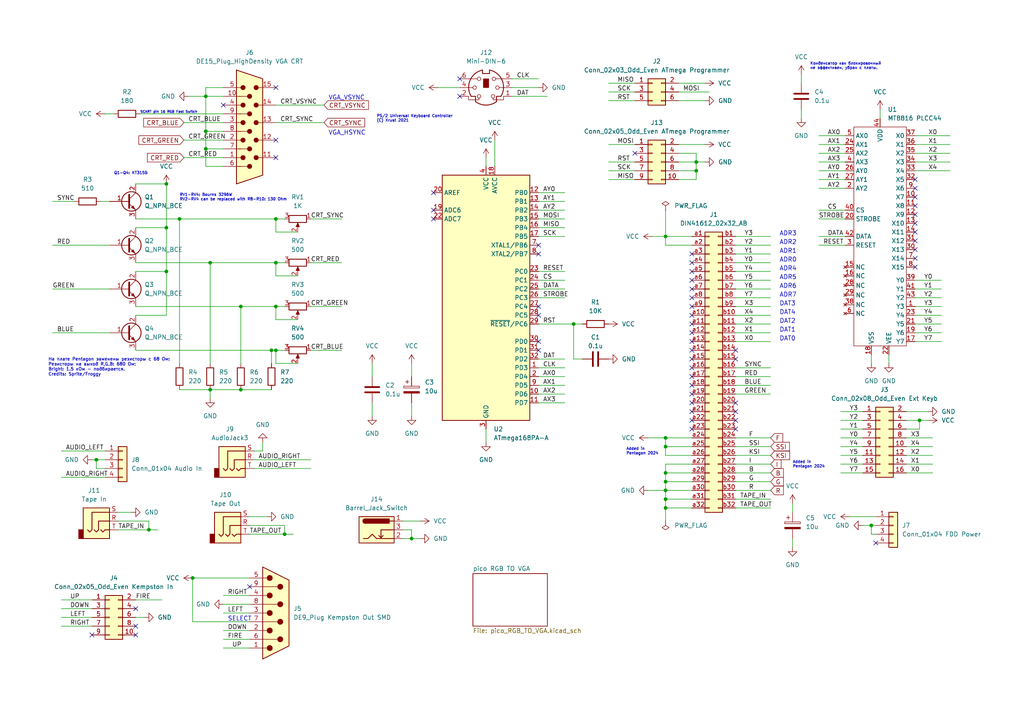
<source format=kicad_sch>
(kicad_sch (version 20230121) (generator eeschema)
  (paper "A4")
  (lib_symbols
    (symbol "Connector:Barrel_Jack_Switch" (pin_names hide)
      (property "Reference" "J" (at 0 5.334 0))
      (property "Value" "Barrel_Jack_Switch" (at 0 -5.08 0))
      (symbol "Barrel_Jack_Switch_1_1"
        (pin passive line (at 7.62 2.54 180) (length 2.54) (name "~") (number "1"))
        (pin passive line (at 7.62 -2.54 180) (length 2.54) (name "~") (number "2"))
        (pin passive line (at 7.62 0 180) (length 2.54) (name "~") (number "3"))
      )
    )
    (symbol "Connector:DE15_Plug_HighDensity" (pin_names (offset 1.016) hide)
      (property "Reference" "J" (at 0 21.59 0))
      (property "Value" "DE15_Plug_HighDensity" (at 0 19.05 0))
      (symbol "DE15_Plug_HighDensity_1_1"
        (pin passive line (at -7.62 -7.62 0) (length 5.08) (name "~") (number "1"))
        (pin passive line (at -7.62 10.16 0) (length 5.08) (name "~") (number "10"))
        (pin passive line (at 7.62 -7.62 180) (length 5.08) (name "~") (number "11"))
        (pin passive line (at 7.62 -2.54 180) (length 5.08) (name "~") (number "12"))
        (pin passive line (at 7.62 2.54 180) (length 5.08) (name "~") (number "13"))
        (pin passive line (at 7.62 7.62 180) (length 5.08) (name "~") (number "14"))
        (pin passive line (at 7.62 12.7 180) (length 5.08) (name "~") (number "15"))
        (pin passive line (at -7.62 -2.54 0) (length 5.08) (name "~") (number "2"))
        (pin passive line (at -7.62 2.54 0) (length 5.08) (name "~") (number "3"))
        (pin passive line (at -7.62 7.62 0) (length 5.08) (name "~") (number "4"))
        (pin passive line (at -7.62 12.7 0) (length 5.08) (name "~") (number "5"))
        (pin passive line (at -7.62 -10.16 0) (length 5.08) (name "~") (number "6"))
        (pin passive line (at -7.62 -5.08 0) (length 5.08) (name "~") (number "7"))
        (pin passive line (at -7.62 0 0) (length 5.08) (name "~") (number "8"))
        (pin passive line (at -7.62 5.08 0) (length 5.08) (name "~") (number "9"))
      )
    )
    (symbol "Connector:DE9_Plug" (pin_names (offset 1.016) hide)
      (property "Reference" "J" (at 0 13.97 0))
      (property "Value" "DE9_Plug" (at 0 -14.605 0))
      (symbol "DE9_Plug_1_1"
        (pin passive line (at -7.62 -10.16 0) (length 3.81) (name "1") (number "1"))
        (pin passive line (at -7.62 -5.08 0) (length 3.81) (name "2") (number "2"))
        (pin passive line (at -7.62 0 0) (length 3.81) (name "3") (number "3"))
        (pin passive line (at -7.62 5.08 0) (length 3.81) (name "4") (number "4"))
        (pin passive line (at -7.62 10.16 0) (length 3.81) (name "5") (number "5"))
        (pin passive line (at -7.62 -7.62 0) (length 3.81) (name "6") (number "6"))
        (pin passive line (at -7.62 -2.54 0) (length 3.81) (name "7") (number "7"))
        (pin passive line (at -7.62 2.54 0) (length 3.81) (name "8") (number "8"))
        (pin passive line (at -7.62 7.62 0) (length 3.81) (name "9") (number "9"))
      )
    )
    (symbol "Connector:DIN41612_02x32_AB" (pin_names (offset 1.016) hide)
      (property "Reference" "J" (at 1.27 40.64 0))
      (property "Value" "DIN41612_02x32_AB" (at 1.27 -43.18 0))
      (symbol "DIN41612_02x32_AB_1_1"
        (pin passive line (at -5.08 38.1 0) (length 3.81) (name "Pin_a1") (number "a1"))
        (pin passive line (at -5.08 15.24 0) (length 3.81) (name "Pin_a10") (number "a10"))
        (pin passive line (at -5.08 12.7 0) (length 3.81) (name "Pin_a11") (number "a11"))
        (pin passive line (at -5.08 10.16 0) (length 3.81) (name "Pin_a12") (number "a12"))
        (pin passive line (at -5.08 7.62 0) (length 3.81) (name "Pin_a13") (number "a13"))
        (pin passive line (at -5.08 5.08 0) (length 3.81) (name "Pin_a14") (number "a14"))
        (pin passive line (at -5.08 2.54 0) (length 3.81) (name "Pin_a15") (number "a15"))
        (pin passive line (at -5.08 0 0) (length 3.81) (name "Pin_a16") (number "a16"))
        (pin passive line (at -5.08 -2.54 0) (length 3.81) (name "Pin_a17") (number "a17"))
        (pin passive line (at -5.08 -5.08 0) (length 3.81) (name "Pin_a18") (number "a18"))
        (pin passive line (at -5.08 -7.62 0) (length 3.81) (name "Pin_a19") (number "a19"))
        (pin passive line (at -5.08 35.56 0) (length 3.81) (name "Pin_a2") (number "a2"))
        (pin passive line (at -5.08 -10.16 0) (length 3.81) (name "Pin_a20") (number "a20"))
        (pin passive line (at -5.08 -12.7 0) (length 3.81) (name "Pin_a21") (number "a21"))
        (pin passive line (at -5.08 -15.24 0) (length 3.81) (name "Pin_a22") (number "a22"))
        (pin passive line (at -5.08 -17.78 0) (length 3.81) (name "Pin_a23") (number "a23"))
        (pin passive line (at -5.08 -20.32 0) (length 3.81) (name "Pin_a24") (number "a24"))
        (pin passive line (at -5.08 -22.86 0) (length 3.81) (name "Pin_a25") (number "a25"))
        (pin passive line (at -5.08 -25.4 0) (length 3.81) (name "Pin_a26") (number "a26"))
        (pin passive line (at -5.08 -27.94 0) (length 3.81) (name "Pin_a27") (number "a27"))
        (pin passive line (at -5.08 -30.48 0) (length 3.81) (name "Pin_a28") (number "a28"))
        (pin passive line (at -5.08 -33.02 0) (length 3.81) (name "Pin_a29") (number "a29"))
        (pin passive line (at -5.08 33.02 0) (length 3.81) (name "Pin_a3") (number "a3"))
        (pin passive line (at -5.08 -35.56 0) (length 3.81) (name "Pin_a30") (number "a30"))
        (pin passive line (at -5.08 -38.1 0) (length 3.81) (name "Pin_a31") (number "a31"))
        (pin passive line (at -5.08 -40.64 0) (length 3.81) (name "Pin_a32") (number "a32"))
        (pin passive line (at -5.08 30.48 0) (length 3.81) (name "Pin_a4") (number "a4"))
        (pin passive line (at -5.08 27.94 0) (length 3.81) (name "Pin_a5") (number "a5"))
        (pin passive line (at -5.08 25.4 0) (length 3.81) (name "Pin_a6") (number "a6"))
        (pin passive line (at -5.08 22.86 0) (length 3.81) (name "Pin_a7") (number "a7"))
        (pin passive line (at -5.08 20.32 0) (length 3.81) (name "Pin_a8") (number "a8"))
        (pin passive line (at -5.08 17.78 0) (length 3.81) (name "Pin_a9") (number "a9"))
        (pin passive line (at 7.62 38.1 180) (length 3.81) (name "Pin_b1") (number "b1"))
        (pin passive line (at 7.62 15.24 180) (length 3.81) (name "Pin_b10") (number "b10"))
        (pin passive line (at 7.62 12.7 180) (length 3.81) (name "Pin_b11") (number "b11"))
        (pin passive line (at 7.62 10.16 180) (length 3.81) (name "Pin_b12") (number "b12"))
        (pin passive line (at 7.62 7.62 180) (length 3.81) (name "Pin_b13") (number "b13"))
        (pin passive line (at 7.62 5.08 180) (length 3.81) (name "Pin_b14") (number "b14"))
        (pin passive line (at 7.62 2.54 180) (length 3.81) (name "Pin_b15") (number "b15"))
        (pin passive line (at 7.62 0 180) (length 3.81) (name "Pin_b16") (number "b16"))
        (pin passive line (at 7.62 -2.54 180) (length 3.81) (name "Pin_b17") (number "b17"))
        (pin passive line (at 7.62 -5.08 180) (length 3.81) (name "Pin_b18") (number "b18"))
        (pin passive line (at 7.62 -7.62 180) (length 3.81) (name "Pin_b19") (number "b19"))
        (pin passive line (at 7.62 35.56 180) (length 3.81) (name "Pin_b2") (number "b2"))
        (pin passive line (at 7.62 -10.16 180) (length 3.81) (name "Pin_b20") (number "b20"))
        (pin passive line (at 7.62 -12.7 180) (length 3.81) (name "Pin_b21") (number "b21"))
        (pin passive line (at 7.62 -15.24 180) (length 3.81) (name "Pin_b22") (number "b22"))
        (pin passive line (at 7.62 -17.78 180) (length 3.81) (name "Pin_b23") (number "b23"))
        (pin passive line (at 7.62 -20.32 180) (length 3.81) (name "Pin_b24") (number "b24"))
        (pin passive line (at 7.62 -22.86 180) (length 3.81) (name "Pin_b25") (number "b25"))
        (pin passive line (at 7.62 -25.4 180) (length 3.81) (name "Pin_b26") (number "b26"))
        (pin passive line (at 7.62 -27.94 180) (length 3.81) (name "Pin_b27") (number "b27"))
        (pin passive line (at 7.62 -30.48 180) (length 3.81) (name "Pin_b28") (number "b28"))
        (pin passive line (at 7.62 -33.02 180) (length 3.81) (name "Pin_b29") (number "b29"))
        (pin passive line (at 7.62 33.02 180) (length 3.81) (name "Pin_b3") (number "b3"))
        (pin passive line (at 7.62 -35.56 180) (length 3.81) (name "Pin_b30") (number "b30"))
        (pin passive line (at 7.62 -38.1 180) (length 3.81) (name "Pin_b31") (number "b31"))
        (pin passive line (at 7.62 -40.64 180) (length 3.81) (name "Pin_b32") (number "b32"))
        (pin passive line (at 7.62 30.48 180) (length 3.81) (name "Pin_b4") (number "b4"))
        (pin passive line (at 7.62 27.94 180) (length 3.81) (name "Pin_b5") (number "b5"))
        (pin passive line (at 7.62 25.4 180) (length 3.81) (name "Pin_b6") (number "b6"))
        (pin passive line (at 7.62 22.86 180) (length 3.81) (name "Pin_b7") (number "b7"))
        (pin passive line (at 7.62 20.32 180) (length 3.81) (name "Pin_b8") (number "b8"))
        (pin passive line (at 7.62 17.78 180) (length 3.81) (name "Pin_b9") (number "b9"))
      )
    )
    (symbol "Connector:Mini-DIN-6" (pin_names (offset 1.016))
      (property "Reference" "J" (at 0 6.35 0))
      (property "Value" "Mini-DIN-6" (at 0 -6.35 0))
      (symbol "Mini-DIN-6_1_1"
        (pin passive line (at 7.62 -2.54 180) (length 2.54) (name "~") (number "1"))
        (pin passive line (at -7.62 -2.54 0) (length 2.54) (name "~") (number "2"))
        (pin passive line (at 7.62 0 180) (length 2.54) (name "~") (number "3"))
        (pin passive line (at -7.62 0 0) (length 2.54) (name "~") (number "4"))
        (pin passive line (at 7.62 2.54 180) (length 2.54) (name "~") (number "5"))
        (pin passive line (at -7.62 2.54 0) (length 2.54) (name "~") (number "6"))
      )
    )
    (symbol "Connector_Audio:AudioJack3"
      (property "Reference" "J" (at 0 8.89 0))
      (property "Value" "AudioJack3" (at 0 6.35 0))
      (symbol "AudioJack3_1_1"
        (pin passive line (at 5.08 0 180) (length 2.54) (name "~") (number "R"))
        (pin passive line (at 5.08 2.54 180) (length 2.54) (name "~") (number "S"))
        (pin passive line (at 5.08 -2.54 180) (length 2.54) (name "~") (number "T"))
      )
    )
    (symbol "Connector_Generic:Conn_01x04" (pin_names (offset 1.016) hide)
      (property "Reference" "J" (at 0 5.08 0))
      (property "Value" "Conn_01x04" (at 0 -7.62 0))
      (symbol "Conn_01x04_1_1"
        (pin passive line (at -5.08 2.54 0) (length 3.81) (name "Pin_1") (number "1"))
        (pin passive line (at -5.08 0 0) (length 3.81) (name "Pin_2") (number "2"))
        (pin passive line (at -5.08 -2.54 0) (length 3.81) (name "Pin_3") (number "3"))
        (pin passive line (at -5.08 -5.08 0) (length 3.81) (name "Pin_4") (number "4"))
      )
    )
    (symbol "Connector_Generic:Conn_02x03_Odd_Even" (pin_names (offset 1.016) hide)
      (property "Reference" "J" (at 1.27 5.08 0))
      (property "Value" "Conn_02x03_Odd_Even" (at 1.27 -5.08 0))
      (symbol "Conn_02x03_Odd_Even_1_1"
        (pin passive line (at -5.08 2.54 0) (length 3.81) (name "Pin_1") (number "1"))
        (pin passive line (at 7.62 2.54 180) (length 3.81) (name "Pin_2") (number "2"))
        (pin passive line (at -5.08 0 0) (length 3.81) (name "Pin_3") (number "3"))
        (pin passive line (at 7.62 0 180) (length 3.81) (name "Pin_4") (number "4"))
        (pin passive line (at -5.08 -2.54 0) (length 3.81) (name "Pin_5") (number "5"))
        (pin passive line (at 7.62 -2.54 180) (length 3.81) (name "Pin_6") (number "6"))
      )
    )
    (symbol "Connector_Generic:Conn_02x05_Odd_Even" (pin_names (offset 1.016) hide)
      (property "Reference" "J" (at 1.27 7.62 0))
      (property "Value" "Conn_02x05_Odd_Even" (at 1.27 -7.62 0))
      (symbol "Conn_02x05_Odd_Even_1_1"
        (pin passive line (at -5.08 5.08 0) (length 3.81) (name "Pin_1") (number "1"))
        (pin passive line (at 7.62 -5.08 180) (length 3.81) (name "Pin_10") (number "10"))
        (pin passive line (at 7.62 5.08 180) (length 3.81) (name "Pin_2") (number "2"))
        (pin passive line (at -5.08 2.54 0) (length 3.81) (name "Pin_3") (number "3"))
        (pin passive line (at 7.62 2.54 180) (length 3.81) (name "Pin_4") (number "4"))
        (pin passive line (at -5.08 0 0) (length 3.81) (name "Pin_5") (number "5"))
        (pin passive line (at 7.62 0 180) (length 3.81) (name "Pin_6") (number "6"))
        (pin passive line (at -5.08 -2.54 0) (length 3.81) (name "Pin_7") (number "7"))
        (pin passive line (at 7.62 -2.54 180) (length 3.81) (name "Pin_8") (number "8"))
        (pin passive line (at -5.08 -5.08 0) (length 3.81) (name "Pin_9") (number "9"))
      )
    )
    (symbol "Connector_Generic:Conn_02x08_Odd_Even" (pin_names (offset 1.016) hide)
      (property "Reference" "J" (at 1.27 10.16 0))
      (property "Value" "Conn_02x08_Odd_Even" (at 1.27 -12.7 0))
      (symbol "Conn_02x08_Odd_Even_1_1"
        (pin passive line (at -5.08 7.62 0) (length 3.81) (name "Pin_1") (number "1"))
        (pin passive line (at 7.62 -2.54 180) (length 3.81) (name "Pin_10") (number "10"))
        (pin passive line (at -5.08 -5.08 0) (length 3.81) (name "Pin_11") (number "11"))
        (pin passive line (at 7.62 -5.08 180) (length 3.81) (name "Pin_12") (number "12"))
        (pin passive line (at -5.08 -7.62 0) (length 3.81) (name "Pin_13") (number "13"))
        (pin passive line (at 7.62 -7.62 180) (length 3.81) (name "Pin_14") (number "14"))
        (pin passive line (at -5.08 -10.16 0) (length 3.81) (name "Pin_15") (number "15"))
        (pin passive line (at 7.62 -10.16 180) (length 3.81) (name "Pin_16") (number "16"))
        (pin passive line (at 7.62 7.62 180) (length 3.81) (name "Pin_2") (number "2"))
        (pin passive line (at -5.08 5.08 0) (length 3.81) (name "Pin_3") (number "3"))
        (pin passive line (at 7.62 5.08 180) (length 3.81) (name "Pin_4") (number "4"))
        (pin passive line (at -5.08 2.54 0) (length 3.81) (name "Pin_5") (number "5"))
        (pin passive line (at 7.62 2.54 180) (length 3.81) (name "Pin_6") (number "6"))
        (pin passive line (at -5.08 0 0) (length 3.81) (name "Pin_7") (number "7"))
        (pin passive line (at 7.62 0 180) (length 3.81) (name "Pin_8") (number "8"))
        (pin passive line (at -5.08 -2.54 0) (length 3.81) (name "Pin_9") (number "9"))
      )
    )
    (symbol "Device:C" (pin_numbers hide) (pin_names (offset 0.254))
      (property "Reference" "C" (at 0.635 2.54 0))
      (property "Value" "C" (at 0.635 -2.54 0))
      (symbol "C_1_1"
        (pin passive line (at 0 3.81 270) (length 2.794) (name "~") (number "1"))
        (pin passive line (at 0 -3.81 90) (length 2.794) (name "~") (number "2"))
      )
    )
    (symbol "Device:C_Polarized" (pin_numbers hide) (pin_names (offset 0.254))
      (property "Reference" "C" (at 0.635 2.54 0))
      (property "Value" "C_Polarized" (at 0.635 -2.54 0))
      (symbol "C_Polarized_1_1"
        (pin passive line (at 0 3.81 270) (length 2.794) (name "~") (number "1"))
        (pin passive line (at 0 -3.81 90) (length 2.794) (name "~") (number "2"))
      )
    )
    (symbol "Device:Q_NPN_BCE" (pin_names (offset 0) hide)
      (property "Reference" "Q" (at 5.08 1.27 0))
      (property "Value" "Q_NPN_BCE" (at 5.08 -1.27 0))
      (symbol "Q_NPN_BCE_1_1"
        (pin input line (at -5.08 0 0) (length 5.715) (name "B") (number "1"))
        (pin passive line (at 2.54 5.08 270) (length 2.54) (name "C") (number "2"))
        (pin passive line (at 2.54 -5.08 90) (length 2.54) (name "E") (number "3"))
      )
    )
    (symbol "Device:R" (pin_numbers hide) (pin_names (offset 0))
      (property "Reference" "R" (at 2.032 0 90))
      (property "Value" "R" (at 0 0 90))
      (symbol "R_1_1"
        (pin passive line (at 0 3.81 270) (length 1.27) (name "~") (number "1"))
        (pin passive line (at 0 -3.81 90) (length 1.27) (name "~") (number "2"))
      )
    )
    (symbol "Device:R_Potentiometer" (pin_names (offset 1.016) hide)
      (property "Reference" "RV" (at -4.445 0 90))
      (property "Value" "R_Potentiometer" (at -2.54 0 90))
      (symbol "R_Potentiometer_1_1"
        (pin passive line (at 0 3.81 270) (length 1.27) (name "1") (number "1"))
        (pin passive line (at 3.81 0 180) (length 1.27) (name "2") (number "2"))
        (pin passive line (at 0 -3.81 90) (length 1.27) (name "3") (number "3"))
      )
    )
    (symbol "MCU_Microchip_ATmega:ATmega168PA-A"
      (property "Reference" "U" (at -12.7 36.83 0))
      (property "Value" "ATmega168PA-A" (at 2.54 -36.83 0))
      (symbol "ATmega168PA-A_1_1"
        (pin bidirectional line (at 15.24 -20.32 180) (length 2.54) (name "PD3") (number "1"))
        (pin bidirectional line (at 15.24 -27.94 180) (length 2.54) (name "PD6") (number "10"))
        (pin bidirectional line (at 15.24 -30.48 180) (length 2.54) (name "PD7") (number "11"))
        (pin bidirectional line (at 15.24 30.48 180) (length 2.54) (name "PB0") (number "12"))
        (pin bidirectional line (at 15.24 27.94 180) (length 2.54) (name "PB1") (number "13"))
        (pin bidirectional line (at 15.24 25.4 180) (length 2.54) (name "PB2") (number "14"))
        (pin bidirectional line (at 15.24 22.86 180) (length 2.54) (name "PB3") (number "15"))
        (pin bidirectional line (at 15.24 20.32 180) (length 2.54) (name "PB4") (number "16"))
        (pin bidirectional line (at 15.24 17.78 180) (length 2.54) (name "PB5") (number "17"))
        (pin power_in line (at 2.54 38.1 270) (length 2.54) (name "AVCC") (number "18"))
        (pin input line (at -15.24 25.4 0) (length 2.54) (name "ADC6") (number "19"))
        (pin bidirectional line (at 15.24 -22.86 180) (length 2.54) (name "PD4") (number "2"))
        (pin passive line (at -15.24 30.48 0) (length 2.54) (name "AREF") (number "20"))
        (pin passive line (at 0 -38.1 90) (length 2.54) hide (name "GND") (number "21"))
        (pin input line (at -15.24 22.86 0) (length 2.54) (name "ADC7") (number "22"))
        (pin bidirectional line (at 15.24 7.62 180) (length 2.54) (name "PC0") (number "23"))
        (pin bidirectional line (at 15.24 5.08 180) (length 2.54) (name "PC1") (number "24"))
        (pin bidirectional line (at 15.24 2.54 180) (length 2.54) (name "PC2") (number "25"))
        (pin bidirectional line (at 15.24 0 180) (length 2.54) (name "PC3") (number "26"))
        (pin bidirectional line (at 15.24 -2.54 180) (length 2.54) (name "PC4") (number "27"))
        (pin bidirectional line (at 15.24 -5.08 180) (length 2.54) (name "PC5") (number "28"))
        (pin bidirectional line (at 15.24 -7.62 180) (length 2.54) (name "~{RESET}/PC6") (number "29"))
        (pin power_in line (at 0 -38.1 90) (length 2.54) (name "GND") (number "3"))
        (pin bidirectional line (at 15.24 -12.7 180) (length 2.54) (name "PD0") (number "30"))
        (pin bidirectional line (at 15.24 -15.24 180) (length 2.54) (name "PD1") (number "31"))
        (pin bidirectional line (at 15.24 -17.78 180) (length 2.54) (name "PD2") (number "32"))
        (pin power_in line (at 0 38.1 270) (length 2.54) (name "VCC") (number "4"))
        (pin passive line (at 0 -38.1 90) (length 2.54) hide (name "GND") (number "5"))
        (pin passive line (at 0 38.1 270) (length 2.54) hide (name "VCC") (number "6"))
        (pin bidirectional line (at 15.24 15.24 180) (length 2.54) (name "XTAL1/PB6") (number "7"))
        (pin bidirectional line (at 15.24 12.7 180) (length 2.54) (name "XTAL2/PB7") (number "8"))
        (pin bidirectional line (at 15.24 -25.4 180) (length 2.54) (name "PD5") (number "9"))
      )
    )
    (symbol "MT8816:MT8816 PLCC44"
      (property "Reference" "U" (at 3.81 5.08 0))
      (property "Value" "MT8816 PLCC44" (at 5.08 2.54 0))
      (symbol "MT8816 PLCC44_1_1"
        (pin bidirectional line (at 10.16 -52.07 180) (length 2.54) (name "Y3") (number "1"))
        (pin bidirectional line (at 10.16 -20.32 180) (length 2.54) (name "X7") (number "10"))
        (pin bidirectional line (at 10.16 -22.86 180) (length 2.54) (name "X8") (number "11"))
        (pin bidirectional line (at 10.16 -25.4 180) (length 2.54) (name "X9") (number "12"))
        (pin bidirectional line (at 10.16 -27.94 180) (length 2.54) (name "X10") (number "13"))
        (pin bidirectional line (at 10.16 -30.48 180) (length 2.54) (name "X11") (number "14"))
        (pin no_connect line (at -10.16 -40.64 0) (length 2.54) (name "NC") (number "15"))
        (pin no_connect line (at -10.16 -43.18 0) (length 2.54) (name "NC") (number "16"))
        (pin bidirectional line (at 10.16 -62.23 180) (length 2.54) (name "Y7") (number "17"))
        (pin power_in line (at -2.54 -66.04 90) (length 2.54) (name "VSS") (number "18"))
        (pin bidirectional line (at 10.16 -59.69 180) (length 2.54) (name "Y6") (number "19"))
        (pin input line (at -10.16 -17.78 0) (length 2.54) (name "AY2") (number "2"))
        (pin input line (at -10.16 -26.67 0) (length 2.54) (name "STROBE") (number "20"))
        (pin bidirectional line (at 10.16 -57.15 180) (length 2.54) (name "Y5") (number "21"))
        (pin power_in line (at 2.54 -66.04 90) (length 2.54) (name "VEE") (number "22"))
        (pin bidirectional line (at 10.16 -54.61 180) (length 2.54) (name "Y4") (number "23"))
        (pin input line (at -10.16 -5.08 0) (length 2.54) (name "AX1") (number "24"))
        (pin input line (at -10.16 -7.62 0) (length 2.54) (name "AX2") (number "25"))
        (pin input line (at -10.16 -12.7 0) (length 2.54) (name "AY0") (number "26"))
        (pin input line (at -10.16 -15.24 0) (length 2.54) (name "AY1") (number "27"))
        (pin no_connect line (at -10.16 -45.974 0) (length 2.54) (name "NC") (number "28"))
        (pin no_connect line (at -10.16 -48.768 0) (length 2.54) (name "NC") (number "29"))
        (pin input line (at -10.16 -34.29 0) (length 2.54) (name "RESET") (number "3"))
        (pin bidirectional line (at 10.16 -35.56 180) (length 2.54) (name "X13") (number "30"))
        (pin bidirectional line (at 10.16 -33.02 180) (length 2.54) (name "X12") (number "31"))
        (pin bidirectional line (at 10.16 -15.24 180) (length 2.54) (name "X5") (number "32"))
        (pin bidirectional line (at 10.16 -12.7 180) (length 2.54) (name "X4") (number "33"))
        (pin bidirectional line (at 10.16 -10.16 180) (length 2.54) (name "X3") (number "34"))
        (pin bidirectional line (at 10.16 -7.62 180) (length 2.54) (name "X2") (number "35"))
        (pin bidirectional line (at 10.16 -5.08 180) (length 2.54) (name "X1") (number "36"))
        (pin bidirectional line (at 10.16 -2.54 180) (length 2.54) (name "X0") (number "37"))
        (pin no_connect line (at -10.16 -51.562 0) (length 2.54) (name "NC") (number "38"))
        (pin bidirectional line (at 10.16 -44.45 180) (length 2.54) (name "Y0") (number "39"))
        (pin input line (at -10.16 -10.16 0) (length 2.54) (name "AX3") (number "4"))
        (pin input line (at -10.16 -24.13 0) (length 2.54) (name "CS") (number "40"))
        (pin bidirectional line (at 10.16 -46.99 180) (length 2.54) (name "Y1") (number "41"))
        (pin input line (at -10.16 -31.75 0) (length 2.54) (name "DATA") (number "42"))
        (pin bidirectional line (at 10.16 -49.53 180) (length 2.54) (name "Y2") (number "43"))
        (pin power_in line (at 0 2.54 270) (length 2.54) (name "VDD") (number "44"))
        (pin input line (at -10.16 -2.54 0) (length 2.54) (name "AX0") (number "5"))
        (pin no_connect line (at -10.16 -54.102 0) (length 2.54) (name "NC") (number "6"))
        (pin bidirectional line (at 10.16 -38.1 180) (length 2.54) (name "X14") (number "7"))
        (pin bidirectional line (at 10.16 -40.64 180) (length 2.54) (name "X15") (number "8"))
        (pin bidirectional line (at 10.16 -17.78 180) (length 2.54) (name "X6") (number "9"))
      )
    )
    (symbol "power:GND" (power) (pin_names (offset 0))
      (property "Value" "GND" (at 0 -3.81 0))
      (symbol "GND_1_1"
        (pin power_in line (at 0 0 270) (length 0) hide (name "GND") (number "1"))
      )
    )
    (symbol "power:PWR_FLAG" (power) (pin_numbers hide) (pin_names (offset 0) hide)
      (property "Value" "PWR_FLAG" (at 0 3.81 0))
      (symbol "PWR_FLAG_0_0"
        (pin power_out line (at 0 0 90) (length 0) (name "pwr") (number "1"))
      )
    )
    (symbol "power:VCC" (power) (pin_names (offset 0))
      (property "Value" "VCC" (at 0 3.81 0))
      (symbol "VCC_1_1"
        (pin power_in line (at 0 0 90) (length 0) hide (name "VCC") (number "1"))
      )
    )
  )
  (junction (at 80.01 88.9))
  (junction (at 201.93 46.99))
  (junction (at 48.26 78.74))
  (junction (at 82.55 154.94))
  (junction (at 27.94 133.35))
  (junction (at 48.26 53.34))
  (junction (at 193.04 142.24))
  (junction (at 166.37 93.98))
  (junction (at 252.73 152.4))
  (junction (at 59.69 43.18))
  (junction (at 78.74 101.6))
  (junction (at 60.96 76.2))
  (junction (at 52.07 63.5))
  (junction (at 60.96 113.03))
  (junction (at 69.85 88.9))
  (junction (at 69.85 113.03))
  (junction (at 193.04 144.78))
  (junction (at 48.26 66.04))
  (junction (at 59.69 27.94))
  (junction (at 266.7 121.92))
  (junction (at 80.01 101.6))
  (junction (at 43.18 153.67))
  (junction (at 80.01 63.5))
  (junction (at 193.04 127))
  (junction (at 193.04 147.32))
  (junction (at 59.69 38.1))
  (junction (at 193.04 68.58))
  (junction (at 119.38 156.21))
  (junction (at 80.01 76.2))
  (junction (at 193.04 139.7))
  (junction (at 55.88 167.64))
  (junction (at 193.04 137.16))
  (junction (at 201.93 49.53))
  (junction (at 193.04 129.54))
  (no_connect (at 213.36 119.38))
  (no_connect (at 200.66 106.68))
  (no_connect (at 200.66 91.44))
  (no_connect (at 156.21 101.6))
  (no_connect (at 125.73 55.88))
  (no_connect (at 200.66 101.6))
  (no_connect (at 200.66 73.66))
  (no_connect (at 200.66 76.2))
  (no_connect (at 156.21 71.12))
  (no_connect (at 184.15 44.45))
  (no_connect (at 200.66 81.28))
  (no_connect (at 72.39 170.18))
  (no_connect (at 80.01 45.72))
  (no_connect (at 200.66 96.52))
  (no_connect (at 200.66 109.22))
  (no_connect (at 200.66 111.76))
  (no_connect (at 200.66 124.46))
  (no_connect (at 254 157.48))
  (no_connect (at 265.43 69.85))
  (no_connect (at 265.43 64.77))
  (no_connect (at 265.43 52.07))
  (no_connect (at 125.73 63.5))
  (no_connect (at 213.36 121.92))
  (no_connect (at 200.66 93.98))
  (no_connect (at 80.01 40.64))
  (no_connect (at 39.37 176.53))
  (no_connect (at 265.43 57.15))
  (no_connect (at 265.43 54.61))
  (no_connect (at 156.21 88.9))
  (no_connect (at 125.73 60.96))
  (no_connect (at 200.66 86.36))
  (no_connect (at 200.66 88.9))
  (no_connect (at 213.36 116.84))
  (no_connect (at 26.67 184.15))
  (no_connect (at 200.66 78.74))
  (no_connect (at 265.43 72.39))
  (no_connect (at 39.37 184.15))
  (no_connect (at 133.35 22.86))
  (no_connect (at 64.77 30.48))
  (no_connect (at 156.21 99.06))
  (no_connect (at 80.01 25.4))
  (no_connect (at 213.36 104.14))
  (no_connect (at 200.66 114.3))
  (no_connect (at 200.66 99.06))
  (no_connect (at 156.21 73.66))
  (no_connect (at 265.43 77.47))
  (no_connect (at 265.43 59.69))
  (no_connect (at 265.43 74.93))
  (no_connect (at 213.36 124.46))
  (no_connect (at 200.66 121.92))
  (no_connect (at 133.35 27.94))
  (no_connect (at 39.37 181.61))
  (no_connect (at 200.66 104.14))
  (no_connect (at 200.66 83.82))
  (no_connect (at 265.43 67.31))
  (no_connect (at 200.66 116.84))
  (no_connect (at 156.21 91.44))
  (no_connect (at 213.36 101.6))
  (no_connect (at 200.66 119.38))
  (no_connect (at 265.43 62.23))
  (wire (pts (xy 80.01 30.48) (xy 93.98 30.48)))
  (wire (pts (xy 30.48 33.02) (xy 33.02 33.02)))
  (wire (pts (xy 17.78 138.43) (xy 30.48 138.43)))
  (wire (pts (xy 213.36 71.12) (xy 223.52 71.12)))
  (wire (pts (xy 265.43 93.98) (xy 273.05 93.98)))
  (wire (pts (xy 72.39 180.34) (xy 55.88 180.34)))
  (wire (pts (xy 193.04 137.16) (xy 200.66 137.16)))
  (wire (pts (xy 82.55 152.4) (xy 82.55 154.94)))
  (wire (pts (xy 39.37 63.5) (xy 52.07 63.5)))
  (wire (pts (xy 243.84 127) (xy 250.19 127)))
  (wire (pts (xy 193.04 144.78) (xy 193.04 147.32)))
  (wire (pts (xy 243.84 137.16) (xy 250.19 137.16)))
  (wire (pts (xy 262.89 132.08) (xy 270.51 132.08)))
  (wire (pts (xy 193.04 68.58) (xy 200.66 68.58)))
  (wire (pts (xy 265.43 44.45) (xy 275.59 44.45)))
  (wire (pts (xy 229.87 146.05) (xy 229.87 148.59)))
  (wire (pts (xy 254 154.94) (xy 252.73 154.94)))
  (wire (pts (xy 82.55 154.94) (xy 85.09 154.94)))
  (wire (pts (xy 262.89 119.38) (xy 269.24 119.38)))
  (wire (pts (xy 237.49 49.53) (xy 245.11 49.53)))
  (wire (pts (xy 76.2 130.81) (xy 73.66 130.81)))
  (wire (pts (xy 193.04 142.24) (xy 200.66 142.24)))
  (wire (pts (xy 48.26 66.04) (xy 48.26 53.34)))
  (wire (pts (xy 80.01 63.5) (xy 82.55 63.5)))
  (wire (pts (xy 193.04 142.24) (xy 193.04 144.78)))
  (wire (pts (xy 30.48 135.89) (xy 27.94 135.89)))
  (wire (pts (xy 232.41 31.75) (xy 232.41 34.29)))
  (wire (pts (xy 80.01 35.56) (xy 93.98 35.56)))
  (wire (pts (xy 116.84 151.13) (xy 121.92 151.13)))
  (wire (pts (xy 193.04 134.62) (xy 193.04 137.16)))
  (wire (pts (xy 193.04 71.12) (xy 193.04 68.58)))
  (wire (pts (xy 176.53 24.13) (xy 184.15 24.13)))
  (wire (pts (xy 265.43 91.44) (xy 273.05 91.44)))
  (wire (pts (xy 107.95 105.41) (xy 107.95 109.22)))
  (wire (pts (xy 156.21 114.3) (xy 163.83 114.3)))
  (wire (pts (xy 140.97 124.46) (xy 140.97 128.27)))
  (wire (pts (xy 252.73 154.94) (xy 252.73 152.4)))
  (wire (pts (xy 237.49 46.99) (xy 245.11 46.99)))
  (wire (pts (xy 265.43 46.99) (xy 275.59 46.99)))
  (wire (pts (xy 229.87 156.21) (xy 229.87 158.75)))
  (wire (pts (xy 60.96 76.2) (xy 60.96 105.41)))
  (wire (pts (xy 262.89 124.46) (xy 266.7 124.46)))
  (wire (pts (xy 59.69 25.4) (xy 64.77 25.4)))
  (wire (pts (xy 59.69 27.94) (xy 59.69 38.1)))
  (wire (pts (xy 237.49 68.58) (xy 245.11 68.58)))
  (wire (pts (xy 193.04 147.32) (xy 200.66 147.32)))
  (wire (pts (xy 72.39 154.94) (xy 82.55 154.94)))
  (wire (pts (xy 60.96 76.2) (xy 80.01 76.2)))
  (wire (pts (xy 266.7 124.46) (xy 266.7 121.92)))
  (wire (pts (xy 17.78 130.81) (xy 30.48 130.81)))
  (wire (pts (xy 156.21 86.36) (xy 163.83 86.36)))
  (wire (pts (xy 176.53 26.67) (xy 184.15 26.67)))
  (wire (pts (xy 196.85 44.45) (xy 201.93 44.45)))
  (wire (pts (xy 76.2 128.27) (xy 76.2 130.81)))
  (wire (pts (xy 262.89 137.16) (xy 270.51 137.16)))
  (wire (pts (xy 73.66 133.35) (xy 90.17 133.35)))
  (wire (pts (xy 15.24 71.12) (xy 31.75 71.12)))
  (wire (pts (xy 60.96 115.57) (xy 60.96 113.03)))
  (wire (pts (xy 156.21 116.84) (xy 163.83 116.84)))
  (wire (pts (xy 80.01 88.9) (xy 82.55 88.9)))
  (wire (pts (xy 201.93 44.45) (xy 201.93 46.99)))
  (wire (pts (xy 64.77 182.88) (xy 72.39 182.88)))
  (wire (pts (xy 232.41 21.59) (xy 232.41 24.13)))
  (wire (pts (xy 140.97 45.72) (xy 140.97 48.26)))
  (wire (pts (xy 39.37 66.04) (xy 48.26 66.04)))
  (wire (pts (xy 265.43 39.37) (xy 275.59 39.37)))
  (wire (pts (xy 237.49 71.12) (xy 245.11 71.12)))
  (wire (pts (xy 34.29 151.13) (xy 43.18 151.13)))
  (wire (pts (xy 64.77 172.72) (xy 72.39 172.72)))
  (wire (pts (xy 39.37 173.99) (xy 46.99 173.99)))
  (wire (pts (xy 59.69 38.1) (xy 64.77 38.1)))
  (wire (pts (xy 156.21 109.22) (xy 163.83 109.22)))
  (wire (pts (xy 86.36 67.31) (xy 80.01 67.31)))
  (wire (pts (xy 69.85 88.9) (xy 69.85 105.41)))
  (wire (pts (xy 166.37 93.98) (xy 168.91 93.98)))
  (wire (pts (xy 187.96 142.24) (xy 193.04 142.24)))
  (wire (pts (xy 156.21 78.74) (xy 163.83 78.74)))
  (wire (pts (xy 127 25.4) (xy 133.35 25.4)))
  (wire (pts (xy 59.69 48.26) (xy 64.77 48.26)))
  (wire (pts (xy 213.36 132.08) (xy 223.52 132.08)))
  (wire (pts (xy 15.24 83.82) (xy 31.75 83.82)))
  (wire (pts (xy 193.04 144.78) (xy 200.66 144.78)))
  (wire (pts (xy 237.49 60.96) (xy 245.11 60.96)))
  (wire (pts (xy 73.66 135.89) (xy 90.17 135.89)))
  (wire (pts (xy 213.36 106.68) (xy 223.52 106.68)))
  (wire (pts (xy 213.36 99.06) (xy 223.52 99.06)))
  (wire (pts (xy 17.78 179.07) (xy 26.67 179.07)))
  (wire (pts (xy 59.69 38.1) (xy 59.69 43.18)))
  (wire (pts (xy 265.43 88.9) (xy 273.05 88.9)))
  (wire (pts (xy 80.01 105.41) (xy 86.36 105.41)))
  (wire (pts (xy 52.07 113.03) (xy 60.96 113.03)))
  (wire (pts (xy 15.24 58.42) (xy 21.59 58.42)))
  (wire (pts (xy 116.84 153.67) (xy 119.38 153.67)))
  (wire (pts (xy 213.36 81.28) (xy 223.52 81.28)))
  (wire (pts (xy 53.34 40.64) (xy 64.77 40.64)))
  (wire (pts (xy 213.36 96.52) (xy 223.52 96.52)))
  (wire (pts (xy 39.37 91.44) (xy 48.26 91.44)))
  (wire (pts (xy 213.36 78.74) (xy 223.52 78.74)))
  (wire (pts (xy 213.36 144.78) (xy 223.52 144.78)))
  (wire (pts (xy 213.36 83.82) (xy 223.52 83.82)))
  (wire (pts (xy 237.49 54.61) (xy 245.11 54.61)))
  (wire (pts (xy 39.37 53.34) (xy 48.26 53.34)))
  (wire (pts (xy 69.85 113.03) (xy 78.74 113.03)))
  (wire (pts (xy 213.36 91.44) (xy 223.52 91.44)))
  (wire (pts (xy 107.95 116.84) (xy 107.95 120.65)))
  (wire (pts (xy 213.36 137.16) (xy 223.52 137.16)))
  (wire (pts (xy 60.96 113.03) (xy 69.85 113.03)))
  (wire (pts (xy 156.21 60.96) (xy 163.83 60.96)))
  (wire (pts (xy 243.84 121.92) (xy 250.19 121.92)))
  (wire (pts (xy 213.36 114.3) (xy 223.52 114.3)))
  (wire (pts (xy 59.69 43.18) (xy 59.69 48.26)))
  (wire (pts (xy 64.77 177.8) (xy 72.39 177.8)))
  (wire (pts (xy 116.84 156.21) (xy 119.38 156.21)))
  (wire (pts (xy 250.19 152.4) (xy 252.73 152.4)))
  (wire (pts (xy 196.85 49.53) (xy 201.93 49.53)))
  (wire (pts (xy 15.24 96.52) (xy 31.75 96.52)))
  (wire (pts (xy 213.36 93.98) (xy 223.52 93.98)))
  (wire (pts (xy 156.21 111.76) (xy 163.83 111.76)))
  (wire (pts (xy 201.93 46.99) (xy 201.93 49.53)))
  (wire (pts (xy 39.37 88.9) (xy 69.85 88.9)))
  (wire (pts (xy 53.34 45.72) (xy 64.77 45.72)))
  (wire (pts (xy 187.96 127) (xy 193.04 127)))
  (wire (pts (xy 213.36 147.32) (xy 223.52 147.32)))
  (wire (pts (xy 213.36 134.62) (xy 223.52 134.62)))
  (wire (pts (xy 176.53 29.21) (xy 184.15 29.21)))
  (wire (pts (xy 213.36 111.76) (xy 223.52 111.76)))
  (wire (pts (xy 43.18 151.13) (xy 43.18 153.67)))
  (wire (pts (xy 119.38 153.67) (xy 119.38 156.21)))
  (wire (pts (xy 148.59 27.94) (xy 158.75 27.94)))
  (wire (pts (xy 196.85 24.13) (xy 204.47 24.13)))
  (wire (pts (xy 40.64 33.02) (xy 64.77 33.02)))
  (wire (pts (xy 78.74 101.6) (xy 78.74 105.41)))
  (wire (pts (xy 213.36 88.9) (xy 223.52 88.9)))
  (wire (pts (xy 80.01 76.2) (xy 80.01 80.01)))
  (wire (pts (xy 257.81 102.87) (xy 257.81 105.41)))
  (wire (pts (xy 52.07 63.5) (xy 80.01 63.5)))
  (wire (pts (xy 246.38 149.86) (xy 254 149.86)))
  (wire (pts (xy 52.07 63.5) (xy 52.07 105.41)))
  (wire (pts (xy 265.43 83.82) (xy 273.05 83.82)))
  (wire (pts (xy 156.21 55.88) (xy 163.83 55.88)))
  (wire (pts (xy 213.36 76.2) (xy 223.52 76.2)))
  (wire (pts (xy 148.59 22.86) (xy 156.21 22.86)))
  (wire (pts (xy 176.53 52.07) (xy 184.15 52.07)))
  (wire (pts (xy 156.21 63.5) (xy 163.83 63.5)))
  (wire (pts (xy 200.66 132.08) (xy 193.04 132.08)))
  (wire (pts (xy 168.91 104.14) (xy 166.37 104.14)))
  (wire (pts (xy 213.36 129.54) (xy 223.52 129.54)))
  (wire (pts (xy 64.77 175.26) (xy 72.39 175.26)))
  (wire (pts (xy 80.01 80.01) (xy 86.36 80.01)))
  (wire (pts (xy 265.43 86.36) (xy 273.05 86.36)))
  (wire (pts (xy 193.04 137.16) (xy 193.04 139.7)))
  (wire (pts (xy 213.36 73.66) (xy 223.52 73.66)))
  (wire (pts (xy 201.93 52.07) (xy 196.85 52.07)))
  (wire (pts (xy 213.36 86.36) (xy 223.52 86.36)))
  (wire (pts (xy 243.84 134.62) (xy 250.19 134.62)))
  (wire (pts (xy 48.26 78.74) (xy 48.26 66.04)))
  (wire (pts (xy 156.21 106.68) (xy 163.83 106.68)))
  (wire (pts (xy 156.21 81.28) (xy 163.83 81.28)))
  (wire (pts (xy 201.93 49.53) (xy 201.93 52.07)))
  (wire (pts (xy 176.53 46.99) (xy 184.15 46.99)))
  (wire (pts (xy 64.77 187.96) (xy 72.39 187.96)))
  (wire (pts (xy 55.88 180.34) (xy 55.88 167.64)))
  (wire (pts (xy 54.61 27.94) (xy 59.69 27.94)))
  (wire (pts (xy 64.77 185.42) (xy 72.39 185.42)))
  (wire (pts (xy 59.69 25.4) (xy 59.69 27.94)))
  (wire (pts (xy 262.89 121.92) (xy 266.7 121.92)))
  (wire (pts (xy 26.67 133.35) (xy 27.94 133.35)))
  (wire (pts (xy 90.17 101.6) (xy 99.06 101.6)))
  (wire (pts (xy 196.85 41.91) (xy 204.47 41.91)))
  (wire (pts (xy 252.73 102.87) (xy 252.73 105.41)))
  (wire (pts (xy 262.89 134.62) (xy 270.51 134.62)))
  (wire (pts (xy 39.37 179.07) (xy 41.91 179.07)))
  (wire (pts (xy 119.38 156.21) (xy 121.92 156.21)))
  (wire (pts (xy 80.01 76.2) (xy 82.55 76.2)))
  (wire (pts (xy 72.39 149.86) (xy 77.47 149.86)))
  (wire (pts (xy 43.18 153.67) (xy 45.72 153.67)))
  (wire (pts (xy 193.04 60.96) (xy 193.04 68.58)))
  (wire (pts (xy 39.37 101.6) (xy 78.74 101.6)))
  (wire (pts (xy 243.84 119.38) (xy 250.19 119.38)))
  (wire (pts (xy 80.01 101.6) (xy 80.01 105.41)))
  (wire (pts (xy 237.49 41.91) (xy 245.11 41.91)))
  (wire (pts (xy 265.43 96.52) (xy 273.05 96.52)))
  (wire (pts (xy 237.49 39.37) (xy 245.11 39.37)))
  (wire (pts (xy 53.34 35.56) (xy 64.77 35.56)))
  (wire (pts (xy 39.37 78.74) (xy 48.26 78.74)))
  (wire (pts (xy 193.04 139.7) (xy 193.04 142.24)))
  (wire (pts (xy 196.85 26.67) (xy 205.74 26.67)))
  (wire (pts (xy 196.85 46.99) (xy 201.93 46.99)))
  (wire (pts (xy 55.88 167.64) (xy 72.39 167.64)))
  (wire (pts (xy 156.21 68.58) (xy 163.83 68.58)))
  (wire (pts (xy 27.94 133.35) (xy 30.48 133.35)))
  (wire (pts (xy 200.66 71.12) (xy 193.04 71.12)))
  (wire (pts (xy 213.36 127) (xy 223.52 127)))
  (wire (pts (xy 200.66 129.54) (xy 193.04 129.54)))
  (wire (pts (xy 176.53 49.53) (xy 184.15 49.53)))
  (wire (pts (xy 29.21 58.42) (xy 31.75 58.42)))
  (wire (pts (xy 156.21 66.04) (xy 163.83 66.04)))
  (wire (pts (xy 265.43 49.53) (xy 275.59 49.53)))
  (wire (pts (xy 119.38 105.41) (xy 119.38 109.22)))
  (wire (pts (xy 266.7 121.92) (xy 269.24 121.92)))
  (wire (pts (xy 59.69 43.18) (xy 64.77 43.18)))
  (wire (pts (xy 80.01 101.6) (xy 82.55 101.6)))
  (wire (pts (xy 166.37 104.14) (xy 166.37 93.98)))
  (wire (pts (xy 193.04 127) (xy 200.66 127)))
  (wire (pts (xy 213.36 109.22) (xy 223.52 109.22)))
  (wire (pts (xy 69.85 88.9) (xy 80.01 88.9)))
  (wire (pts (xy 189.23 68.58) (xy 193.04 68.58)))
  (wire (pts (xy 148.59 25.4) (xy 156.21 25.4)))
  (wire (pts (xy 17.78 176.53) (xy 26.67 176.53)))
  (wire (pts (xy 59.69 27.94) (xy 64.77 27.94)))
  (wire (pts (xy 213.36 68.58) (xy 223.52 68.58)))
  (wire (pts (xy 78.74 101.6) (xy 80.01 101.6)))
  (wire (pts (xy 243.84 124.46) (xy 250.19 124.46)))
  (wire (pts (xy 80.01 67.31) (xy 80.01 63.5)))
  (wire (pts (xy 80.01 92.71) (xy 86.36 92.71)))
  (wire (pts (xy 243.84 129.54) (xy 250.19 129.54)))
  (wire (pts (xy 262.89 127) (xy 270.51 127)))
  (wire (pts (xy 213.36 142.24) (xy 223.52 142.24)))
  (wire (pts (xy 193.04 129.54) (xy 193.04 127)))
  (wire (pts (xy 237.49 52.07) (xy 245.11 52.07)))
  (wire (pts (xy 27.94 135.89) (xy 27.94 133.35)))
  (wire (pts (xy 17.78 173.99) (xy 26.67 173.99)))
  (wire (pts (xy 90.17 63.5) (xy 99.06 63.5)))
  (wire (pts (xy 243.84 132.08) (xy 250.19 132.08)))
  (wire (pts (xy 201.93 46.99) (xy 204.47 46.99)))
  (wire (pts (xy 34.29 148.59) (xy 38.1 148.59)))
  (wire (pts (xy 34.29 153.67) (xy 43.18 153.67)))
  (wire (pts (xy 156.21 104.14) (xy 163.83 104.14)))
  (wire (pts (xy 156.21 83.82) (xy 163.83 83.82)))
  (wire (pts (xy 90.17 76.2) (xy 99.06 76.2)))
  (wire (pts (xy 262.89 129.54) (xy 270.51 129.54)))
  (wire (pts (xy 255.27 31.75) (xy 255.27 34.29)))
  (wire (pts (xy 193.04 139.7) (xy 200.66 139.7)))
  (wire (pts (xy 237.49 63.5) (xy 245.11 63.5)))
  (wire (pts (xy 193.04 132.08) (xy 193.04 129.54)))
  (wire (pts (xy 237.49 44.45) (xy 245.11 44.45)))
  (wire (pts (xy 80.01 88.9) (xy 80.01 92.71)))
  (wire (pts (xy 265.43 99.06) (xy 273.05 99.06)))
  (wire (pts (xy 90.17 88.9) (xy 99.06 88.9)))
  (wire (pts (xy 143.51 40.64) (xy 143.51 48.26)))
  (wire (pts (xy 176.53 41.91) (xy 184.15 41.91)))
  (wire (pts (xy 193.04 134.62) (xy 200.66 134.62)))
  (wire (pts (xy 39.37 76.2) (xy 60.96 76.2)))
  (wire (pts (xy 265.43 41.91) (xy 275.59 41.91)))
  (wire (pts (xy 72.39 152.4) (xy 82.55 152.4)))
  (wire (pts (xy 119.38 116.84) (xy 119.38 120.65)))
  (wire (pts (xy 156.21 93.98) (xy 166.37 93.98)))
  (wire (pts (xy 252.73 152.4) (xy 254 152.4)))
  (wire (pts (xy 213.36 139.7) (xy 223.52 139.7)))
  (wire (pts (xy 193.04 147.32) (xy 193.04 151.13)))
  (wire (pts (xy 156.21 58.42) (xy 163.83 58.42)))
  (wire (pts (xy 48.26 91.44) (xy 48.26 78.74)))
  (wire (pts (xy 196.85 29.21) (xy 204.47 29.21)))
  (wire (pts (xy 17.78 181.61) (xy 26.67 181.61)))
  (wire (pts (xy 265.43 81.28) (xy 273.05 81.28)))
  (text "ADR4" (at 226.06 78.74 0) (effects (font (size 1.27 1.27)) (justify left bottom)))
  (text "DAT2" (at 226.06 93.98 0) (effects (font (size 1.27 1.27)) (justify left bottom)))
  (text "VGA_HSYNC" (at 95.25 39.37 0) (effects (font (size 1.27 1.27)) (justify left bottom)))
  (text "PS/2 Universal Keyboard Controller\n(C) Xrust 2021\n" (at 109.22 35.56 0) (effects (font (size 0.8 0.8)) (justify left bottom)))
  (text "Q1-Q4: КТ315Б" (at 33.02 50.8 0) (effects (font (size 0.8 0.8)) (justify left bottom)))
  (text "SELECT" (at 66.04 180.34 0) (effects (font (size 1.27 1.27)) (justify left bottom)))
  (text "ADR0" (at 226.06 76.2 0) (effects (font (size 1.27 1.27)) (justify left bottom)))
  (text "ADR3" (at 226.06 68.58 0) (effects (font (size 1.27 1.27)) (justify left bottom)))
  (text "VGA_VSYNC" (at 95.25 29.21 0) (effects (font (size 1.27 1.27)) (justify left bottom)))
  (text "DAT3" (at 226.06 88.9 0) (effects (font (size 1.27 1.27)) (justify left bottom)))
  (text "ADR1" (at 226.06 73.66 0) (effects (font (size 1.27 1.27)) (justify left bottom)))
  (text "ADR6" (at 226.06 83.82 0) (effects (font (size 1.27 1.27)) (justify left bottom)))
  (text "RV1-RV4: Bourns 3296W\nRV2-RV4 can be replaced with R8-R10: 130 Ohm" (at 52.07 58.42 0) (effects (font (size 0.8 0.8)) (justify left bottom)))
  (text "DAT1" (at 226.06 96.52 0) (effects (font (size 1.27 1.27)) (justify left bottom)))
  (text "На плате Pentagon заменены резисторы с 68 Ом:\nРезисторы на выход R,G,B: 680 Ом;\nBright: 1.5 кОм - подбирается.\nCredits: Sprite/Froggy" (at 13.97 109.22 0) (effects (font (size 0.9 0.9)) (justify left bottom)))
  (text "Конденсатор как блокировочный\nне эффективен, убран с платы." (at 234.95 20.32 0) (effects (font (size 0.8 0.8)) (justify left bottom)))
  (text "DAT0" (at 226.06 99.06 0) (effects (font (size 1.27 1.27)) (justify left bottom)))
  (text "Added in\nPentagon 2024" (at 181.61 132.08 0) (effects (font (size 0.8 0.8)) (justify left bottom)))
  (text "ADR7" (at 226.06 86.36 0) (effects (font (size 1.27 1.27)) (justify left bottom)))
  (text "Added in\nPentagon 2024" (at 229.87 135.89 0) (effects (font (size 0.8 0.8)) (justify left bottom)))
  (text "ADR2" (at 226.06 71.12 0) (effects (font (size 1.27 1.27)) (justify left bottom)))
  (text "DAT4" (at 226.06 91.44 0) (effects (font (size 1.27 1.27)) (justify left bottom)))
  (text "ADR5" (at 226.06 81.28 0) (effects (font (size 1.27 1.27)) (justify left bottom)))
  (text "SCART pin 16 RGB Fast Switch" (at 40.64 33.02 0) (effects (font (size 0.7 0.7)) (justify left bottom)))
  (label "Y1" (at 246.38 124.46 0))
  (label "RST" (at 179.07 29.21 0))
  (label "MISO" (at 179.07 52.07 0))
  (label "KSI" (at 217.17 132.08 0))
  (label "AX1" (at 157.48 111.76 0))
  (label "X3" (at 269.24 46.99 0))
  (label "CRT_BLUE" (at 90.17 101.6 0))
  (label "MISO" (at 179.07 24.13 0))
  (label "DOWN" (at 66.04 182.88 0))
  (label "Y5" (at 246.38 132.08 0))
  (label "AX2" (at 240.03 44.45 0))
  (label "CRT_VSYNC" (at 81.28 30.48 0))
  (label "MOSI" (at 198.12 26.67 0))
  (label "CRT_RED" (at 54.61 45.72 0))
  (label "AX3" (at 240.03 46.99 0))
  (label "MOSI" (at 157.48 63.5 0))
  (label "I" (at 217.17 134.62 0))
  (label "GREEN" (at 215.9 114.3 0))
  (label "Y7" (at 267.97 99.06 0))
  (label "MOSI" (at 179.07 41.91 0))
  (label "RST" (at 157.48 93.98 0))
  (label "Y2" (at 246.38 121.92 0))
  (label "TAPE_IN" (at 214.63 144.78 0))
  (label "RESET" (at 157.48 78.74 0))
  (label "Y3" (at 246.38 119.38 0))
  (label "Y3" (at 215.9 68.58 0))
  (label "RED" (at 16.51 71.12 0))
  (label "AY2" (at 157.48 60.96 0))
  (label "Y4" (at 246.38 129.54 0))
  (label "AUDIO_LEFT" (at 19.05 130.81 0))
  (label "X3" (at 215.9 88.9 0))
  (label "B" (at 217.17 137.16 0))
  (label "RESET" (at 238.76 71.12 0))
  (label "G" (at 217.17 139.7 0))
  (label "Y0" (at 246.38 127 0))
  (label "AX0" (at 240.03 39.37 0))
  (label "RST" (at 179.07 46.99 0))
  (label "SCK" (at 157.48 68.58 0))
  (label "Y2" (at 267.97 86.36 0))
  (label "F" (at 217.17 127 0))
  (label "LEFT" (at 20.32 179.07 0))
  (label "X0" (at 215.9 99.06 0))
  (label "X2" (at 215.9 93.98 0))
  (label "GREEN" (at 15.24 83.82 0))
  (label "DAT" (at 149.86 27.94 0))
  (label "X2" (at 264.16 132.08 0))
  (label "CRT_RED" (at 90.17 76.2 0))
  (label "RED" (at 215.9 109.22 0))
  (label "X0" (at 264.16 137.16 0))
  (label "Y1" (at 267.97 83.82 0))
  (label "AX3" (at 157.48 116.84 0))
  (label "SCK" (at 179.07 49.53 0))
  (label "AX1" (at 240.03 41.91 0))
  (label "CRT_GREEN" (at 54.61 40.64 0))
  (label "X4" (at 264.16 129.54 0))
  (label "X4" (at 269.24 49.53 0))
  (label "CRT_BLUE" (at 54.61 35.56 0))
  (label "R" (at 217.17 142.24 0))
  (label "UP" (at 67.31 187.96 0))
  (label "DAT" (at 157.48 104.14 0))
  (label "AUDIO_RIGHT" (at 19.05 138.43 0))
  (label "Y6" (at 246.38 134.62 0))
  (label "AX2" (at 157.48 114.3 0))
  (label "X2" (at 269.24 44.45 0))
  (label "UP" (at 20.32 173.99 0))
  (label "SYNC" (at 215.9 106.68 0))
  (label "SCK" (at 179.07 26.67 0))
  (label "Y0" (at 215.9 76.2 0))
  (label "AY0" (at 157.48 55.88 0))
  (label "SSI" (at 217.17 129.54 0))
  (label "Y5" (at 215.9 81.28 0))
  (label "CLK" (at 149.86 22.86 0))
  (label "TAPE_IN" (at 34.29 153.67 0))
  (label "LEFT" (at 66.04 177.8 0))
  (label "AY2" (at 240.03 54.61 0))
  (label "X1" (at 269.24 41.91 0))
  (label "SYNC" (at 16.51 58.42 0))
  (label "FIRE" (at 66.04 185.42 0))
  (label "Y4" (at 215.9 78.74 0))
  (label "Y3" (at 267.97 88.9 0))
  (label "RIGHT" (at 20.32 181.61 0))
  (label "X3" (at 264.16 127 0))
  (label "CRT_SYNC" (at 81.28 35.56 0))
  (label "AUDIO_RIGHT" (at 74.93 133.35 0))
  (label "DATA" (at 240.03 68.58 0))
  (label "AUDIO_LEFT" (at 74.93 135.89 0))
  (label "DATA" (at 157.48 83.82 0))
  (label "TAPE_OUT" (at 214.63 147.32 0))
  (label "Y4" (at 267.97 91.44 0))
  (label "BLUE" (at 16.51 96.52 0))
  (label "Y7" (at 215.9 86.36 0))
  (label "X0" (at 269.24 39.37 0))
  (label "X4" (at 215.9 91.44 0))
  (label "MISO" (at 157.48 66.04 0))
  (label "Y1" (at 215.9 73.66 0))
  (label "Y7" (at 246.38 137.16 0))
  (label "FIRE" (at 39.37 173.99 0))
  (label "CS" (at 240.03 60.96 0))
  (label "AX0" (at 157.48 109.22 0))
  (label "CS" (at 157.48 81.28 0))
  (label "STROBE" (at 237.49 63.5 0))
  (label "BLUE" (at 215.9 111.76 0))
  (label "Y2" (at 215.9 71.12 0))
  (label "Y5" (at 267.97 93.98 0))
  (label "Y6" (at 267.97 96.52 0))
  (label "CRT_GREEN" (at 90.17 88.9 0))
  (label "Y0" (at 267.97 81.28 0))
  (label "TAPE_OUT" (at 72.39 154.94 0))
  (label "STROBE" (at 157.48 86.36 0))
  (label "AY0" (at 240.03 49.53 0))
  (label "AY1" (at 157.48 58.42 0))
  (label "RIGHT" (at 66.04 172.72 0))
  (label "CLK" (at 157.48 106.68 0))
  (label "X1" (at 264.16 134.62 0))
  (label "CRT_SYNC" (at 90.17 63.5 0))
  (label "X1" (at 215.9 96.52 0))
  (label "DOWN" (at 20.32 176.53 0))
  (label "AY1" (at 240.03 52.07 0))
  (label "Y6" (at 215.9 83.82 0))
  (global_label "F" (shape input) (at 223.52 127 0) (property "Intersheetrefs" "${INTERSHEET_REFS}" (effects hide)))
  (global_label "KSI" (shape input) (at 223.52 132.08 0) (property "Intersheetrefs" "${INTERSHEET_REFS}" (effects hide)))
  (global_label "G" (shape input) (at 223.52 139.7 0) (property "Intersheetrefs" "${INTERSHEET_REFS}" (effects hide)))
  (global_label "CRT_RED" (shape input) (at 53.34 45.72 180) (property "Intersheetrefs" "${INTERSHEET_REFS}" (effects hide)))
  (global_label "B" (shape input) (at 223.52 137.16 0) (property "Intersheetrefs" "${INTERSHEET_REFS}" (effects hide)))
  (global_label "R" (shape input) (at 223.52 142.24 0) (property "Intersheetrefs" "${INTERSHEET_REFS}" (effects hide)))
  (global_label "CRT_GREEN" (shape input) (at 53.34 40.64 180) (property "Intersheetrefs" "${INTERSHEET_REFS}" (effects hide)))
  (global_label "CRT_VSYNC" (shape input) (at 93.98 30.48 0) (property "Intersheetrefs" "${INTERSHEET_REFS}" (effects hide)))
  (global_label "CRT_BLUE" (shape input) (at 53.34 35.56 180) (property "Intersheetrefs" "${INTERSHEET_REFS}" (effects hide)))
  (global_label "I" (shape input) (at 223.52 134.62 0) (property "Intersheetrefs" "${INTERSHEET_REFS}" (effects hide)))
  (global_label "SSI" (shape input) (at 223.52 129.54 0) (property "Intersheetrefs" "${INTERSHEET_REFS}" (effects hide)))
  (global_label "CRT_SYNC" (shape input) (at 93.98 35.56 0) (property "Intersheetrefs" "${INTERSHEET_REFS}" (effects hide)))
  (symbol (lib_id "power:GND") (at 121.92 156.21 90) (unit 1)
    (property "Reference" "#PWR021" (effects hide))
    (property "Value" "GND" (at 125.73 156.21 90) (effects (justify right)))
  )
  (symbol (lib_id "Device:Q_NPN_BCE") (at 36.83 58.42 0) (unit 1)
    (property "Reference" "Q1" (at 41.91 57.15 0) (effects (justify left)))
    (property "Value" "Q_NPN_BCE" (at 41.91 59.69 0) (effects (justify left)))
    (property "Footprint" "KT315:KT315" (effects hide))
  )
  (symbol (lib_id "Connector_Audio:AudioJack3") (at 67.31 152.4 0) (unit 1)
    (property "Reference" "J10" (at 65.405 143.51 0))
    (property "Value" "Tape Out" (at 65.405 146.05 0))
    (property "Footprint" "Connector_Audio:Jack_3.5mm_CUI_SJ1-3535NG_Horizontal" (effects hide))
  )
  (symbol (lib_id "Device:R_Potentiometer") (at 86.36 101.6 270) (unit 1)
    (property "Reference" "RV4" (at 86.36 95.25 90))
    (property "Value" "500" (at 86.36 97.79 90))
    (property "Footprint" "Potentiometer_THT:Potentiometer_Bourns_3296W_Vertical" (effects hide))
  )
  (symbol (lib_id "power:GND") (at 156.21 25.4 90) (unit 1)
    (property "Reference" "#PWR02" (effects hide))
    (property "Value" "GND" (at 160.02 25.4 90) (effects (justify right)))
  )
  (symbol (lib_id "power:GND") (at 26.67 133.35 270) (unit 1)
    (property "Reference" "#PWR024" (effects hide))
    (property "Value" "GND" (at 22.86 133.35 90) (effects (justify right)))
  )
  (symbol (lib_id "power:PWR_FLAG") (at 193.04 151.13 180) (unit 1)
    (property "Reference" "#FLG02" (effects hide))
    (property "Value" "PWR_FLAG" (at 195.58 152.4 0) (effects (justify right)))
  )
  (symbol (lib_id "power:GND") (at 77.47 149.86 90) (unit 1)
    (property "Reference" "#PWR019" (effects hide))
    (property "Value" "GND" (at 81.28 149.86 90) (effects (justify right)))
  )
  (symbol (lib_id "power:VCC") (at 48.26 53.34 0) (unit 1)
    (property "Reference" "#PWR034" (effects hide))
    (property "Value" "VCC" (at 48.26 48.26 0))
  )
  (symbol (lib_id "Connector_Generic:Conn_02x08_Odd_Even") (at 255.27 127 0) (unit 1)
    (property "Reference" "J3" (at 256.54 113.03 0))
    (property "Value" "Conn_02x08_Odd_Even Ext Keyb" (at 256.54 115.57 0))
    (property "Footprint" "Connector_PinHeader_2.54mm:PinHeader_2x08_P2.54mm_Vertical" (effects hide))
  )
  (symbol (lib_id "power:VCC") (at 127 25.4 90) (unit 1)
    (property "Reference" "#PWR01" (effects hide))
    (property "Value" "VCC" (at 123.19 25.4 90) (effects (justify left)))
  )
  (symbol (lib_id "Device:Q_NPN_BCE") (at 36.83 71.12 0) (unit 1)
    (property "Reference" "Q2" (at 41.91 69.85 0) (effects (justify left)))
    (property "Value" "Q_NPN_BCE" (at 41.91 72.39 0) (effects (justify left)))
    (property "Footprint" "KT315:KT315" (effects hide))
  )
  (symbol (lib_id "Device:R") (at 60.96 109.22 0) (unit 1)
    (property "Reference" "R5" (at 63.5 107.95 0) (effects (justify left)))
    (property "Value" "220" (at 63.5 110.49 0) (effects (justify left)))
    (property "Footprint" "Resistor_THT:R_Axial_DIN0207_L6.3mm_D2.5mm_P10.16mm_Horizontal" (effects hide))
  )
  (symbol (lib_id "Device:R") (at 172.72 93.98 90) (unit 1)
    (property "Reference" "R1" (at 172.72 87.63 90))
    (property "Value" "10K" (at 172.72 90.17 90))
    (property "Footprint" "Resistor_SMD:R_1206_3216Metric_Pad1.30x1.75mm_HandSolder" (effects hide))
  )
  (symbol (lib_id "power:GND") (at 54.61 27.94 270) (unit 1)
    (property "Reference" "#PWR025" (effects hide))
    (property "Value" "GND" (at 50.8 27.94 90) (effects (justify right)))
  )
  (symbol (lib_id "Connector_Generic:Conn_02x03_Odd_Even") (at 189.23 26.67 0) (unit 1)
    (property "Reference" "J2" (at 190.5 17.78 0))
    (property "Value" "Conn_02x03_Odd_Even ATmega Programmer" (at 190.5 20.32 0))
    (property "Footprint" "Connector_PinHeader_2.54mm:PinHeader_2x03_P2.54mm_Vertical" (effects hide))
  )
  (symbol (lib_id "power:GND") (at 176.53 104.14 90) (unit 1)
    (property "Reference" "#PWR044" (effects hide))
    (property "Value" "GND" (at 180.34 104.14 90) (effects (justify right)))
  )
  (symbol (lib_id "Device:R_Potentiometer") (at 86.36 88.9 270) (unit 1)
    (property "Reference" "RV3" (at 86.36 82.55 90))
    (property "Value" "500" (at 86.36 85.09 90))
    (property "Footprint" "Potentiometer_THT:Potentiometer_Bourns_3296W_Vertical" (effects hide))
  )
  (symbol (lib_id "power:GND") (at 187.96 142.24 270) (unit 1)
    (property "Reference" "#PWR022" (effects hide))
    (property "Value" "GND" (at 184.15 142.24 90) (effects (justify right)))
  )
  (symbol (lib_id "power:GND") (at 140.97 128.27 0) (unit 1)
    (property "Reference" "#PWR05" (effects hide))
    (property "Value" "GND" (at 140.97 133.35 0))
  )
  (symbol (lib_id "power:VCC") (at 121.92 151.13 270) (unit 1)
    (property "Reference" "#PWR020" (effects hide))
    (property "Value" "VCC" (at 125.73 151.13 90) (effects (justify left)))
  )
  (symbol (lib_id "power:GND") (at 250.19 152.4 270) (unit 1)
    (property "Reference" "#PWR015" (effects hide))
    (property "Value" "GND" (at 246.38 152.4 90) (effects (justify right)))
  )
  (symbol (lib_id "power:VCC") (at 229.87 146.05 0) (unit 1)
    (property "Reference" "#PWR032" (effects hide))
    (property "Value" "VCC" (at 229.87 140.97 0))
  )
  (symbol (lib_id "power:GND") (at 64.77 175.26 270) (unit 1)
    (property "Reference" "#PWR028" (effects hide))
    (property "Value" "GND" (at 60.96 175.26 90) (effects (justify right)))
  )
  (symbol (lib_id "power:VCC") (at 176.53 93.98 270) (unit 1)
    (property "Reference" "#PWR08" (effects hide))
    (property "Value" "VCC" (at 180.34 93.98 90) (effects (justify left)))
  )
  (symbol (lib_id "power:GND") (at 60.96 115.57 0) (unit 1)
    (property "Reference" "#PWR035" (effects hide))
    (property "Value" "GND" (at 60.96 120.65 0))
  )
  (symbol (lib_id "Device:Q_NPN_BCE") (at 36.83 96.52 0) (unit 1)
    (property "Reference" "Q4" (at 41.91 95.25 0) (effects (justify left)))
    (property "Value" "Q_NPN_BCE" (at 41.91 97.79 0) (effects (justify left)))
    (property "Footprint" "KT315:KT315" (effects hide))
  )
  (symbol (lib_id "power:GND") (at 107.95 120.65 0) (unit 1)
    (property "Reference" "#PWR014" (effects hide))
    (property "Value" "GND" (at 107.95 125.73 0))
  )
  (symbol (lib_id "Device:R_Potentiometer") (at 86.36 76.2 270) (unit 1)
    (property "Reference" "RV2" (at 86.36 69.85 90))
    (property "Value" "500" (at 86.36 72.39 90))
    (property "Footprint" "Potentiometer_THT:Potentiometer_Bourns_3296W_Vertical" (effects hide))
  )
  (symbol (lib_id "Connector:Mini-DIN-6") (at 140.97 25.4 0) (unit 1)
    (property "Reference" "J12" (at 140.9877 15.24 0))
    (property "Value" "Mini-DIN-6" (at 140.9877 17.78 0))
    (property "Footprint" "Connector_Mini-DIN_Female_6Pin:Connector_Mini-DIN_Female_6Pin_2rows" (effects hide))
    (property "Datasheet" "http://service.powerdynamics.com/ec/Catalog17/Section%2011.pdf" (effects hide))
  )
  (symbol (lib_id "Device:Q_NPN_BCE") (at 36.83 83.82 0) (unit 1)
    (property "Reference" "Q3" (at 41.91 82.55 0) (effects (justify left)))
    (property "Value" "Q_NPN_BCE" (at 41.91 85.09 0) (effects (justify left)))
    (property "Footprint" "KT315:KT315" (effects hide))
  )
  (symbol (lib_id "Device:C") (at 232.41 27.94 0) (unit 1) (on_board no)
    (property "Reference" "C4" (at 236.22 26.67 0) (effects (justify left)))
    (property "Value" "0.1u" (at 236.22 29.21 0) (effects (justify left)))
    (property "Footprint" "Capacitor_SMD:C_1206_3216Metric_Pad1.33x1.80mm_HandSolder" (effects hide))
  )
  (symbol (lib_id "Connector_Audio:AudioJack3") (at 68.58 133.35 0) (unit 1)
    (property "Reference" "J9" (at 66.675 124.46 0))
    (property "Value" "AudioJack3" (at 66.675 127 0))
    (property "Footprint" "Connector_Audio:Jack_3.5mm_CUI_SJ1-3535NG_Horizontal" (effects hide))
  )
  (symbol (lib_id "Connector:DIN41612_02x32_AB") (at 205.74 106.68 0) (unit 1)
    (property "Reference" "J1" (at 207.01 62.23 0))
    (property "Value" "DIN41612_02x32_AB" (at 207.01 64.77 0))
    (property "Footprint" "Connector_DIN:DIN41612_B_2x32_Male_Horizontal_THT" (effects hide))
  )
  (symbol (lib_id "power:VCC") (at 232.41 21.59 0) (unit 1)
    (property "Reference" "#PWR011" (effects hide))
    (property "Value" "VCC" (at 232.41 16.51 0))
  )
  (symbol (lib_id "power:GND") (at 269.24 119.38 90) (unit 1)
    (property "Reference" "#PWR041" (effects hide))
    (property "Value" "GND" (at 273.05 119.38 90) (effects (justify right)))
  )
  (symbol (lib_id "Device:C") (at 107.95 113.03 0) (unit 1)
    (property "Reference" "C2" (at 111.76 111.76 0) (effects (justify left)))
    (property "Value" "0.1u" (at 111.76 114.3 0) (effects (justify left)))
    (property "Footprint" "Capacitor_SMD:C_1206_3216Metric_Pad1.33x1.80mm_HandSolder" (effects hide))
  )
  (symbol (lib_id "power:GND") (at 38.1 148.59 90) (unit 1)
    (property "Reference" "#PWR016" (effects hide))
    (property "Value" "GND" (at 41.91 148.59 90) (effects (justify right)))
  )
  (symbol (lib_id "power:VCC") (at 30.48 33.02 90) (unit 1)
    (property "Reference" "#PWR026" (effects hide))
    (property "Value" "VCC" (at 26.67 33.02 90) (effects (justify left)))
  )
  (symbol (lib_id "Device:R") (at 78.74 109.22 180) (unit 1)
    (property "Reference" "R7" (at 81.28 107.95 0) (effects (justify right)))
    (property "Value" "220" (at 81.28 110.49 0) (effects (justify right)))
    (property "Footprint" "Resistor_THT:R_Axial_DIN0207_L6.3mm_D2.5mm_P10.16mm_Horizontal" (effects hide))
  )
  (symbol (lib_id "power:GND") (at 204.47 29.21 90) (unit 1)
    (property "Reference" "#PWR04" (effects hide))
    (property "Value" "GND" (at 208.28 29.21 90) (effects (justify right)))
  )
  (symbol (lib_id "power:VCC") (at 204.47 24.13 270) (unit 1)
    (property "Reference" "#PWR03" (effects hide))
    (property "Value" "VCC" (at 208.28 24.13 90) (effects (justify left)))
  )
  (symbol (lib_id "Device:R") (at 25.4 58.42 90) (unit 1)
    (property "Reference" "R3" (at 25.4 52.07 90))
    (property "Value" "510" (at 25.4 54.61 90))
    (property "Footprint" "Resistor_THT:R_Axial_DIN0207_L6.3mm_D2.5mm_P10.16mm_Horizontal" (effects hide))
  )
  (symbol (lib_id "power:PWR_FLAG") (at 193.04 60.96 0) (unit 1)
    (property "Reference" "#FLG01" (effects hide))
    (property "Value" "PWR_FLAG" (at 195.58 59.69 0) (effects (justify left)))
  )
  (symbol (lib_id "Connector_Audio:AudioJack3") (at 29.21 151.13 0) (unit 1)
    (property "Reference" "J11" (at 27.305 142.24 0))
    (property "Value" "Tape In" (at 27.305 144.78 0))
    (property "Footprint" "Connector_Audio:Jack_3.5mm_CUI_SJ1-3535NG_Horizontal" (effects hide))
  )
  (symbol (lib_id "MT8816:MT8816 PLCC44") (at 255.27 36.83 0) (unit 1)
    (property "Reference" "U1" (at 257.4641 31.75 0) (effects (justify left)))
    (property "Value" "MT8816 PLCC44" (at 257.4641 34.29 0) (effects (justify left)))
    (property "Footprint" "Package_LCC:PLCC-44_THT-Socket" (effects hide))
  )
  (symbol (lib_id "power:VCC") (at 55.88 167.64 90) (unit 1)
    (property "Reference" "#PWR029" (effects hide))
    (property "Value" "VCC" (at 52.07 167.64 90) (effects (justify left)))
  )
  (symbol (lib_id "Connector:DE9_Plug") (at 80.01 177.8 0) (unit 1)
    (property "Reference" "J5" (at 85.09 176.53 0) (effects (justify left)))
    (property "Value" "DE9_Plug Kempston Out SMD" (at 85.09 179.07 0) (effects (justify left)))
    (property "Footprint" "Connector_Dsub:DSUB-9_Male_Horizontal_P2.77x2.84mm_EdgePinOffset7.70mm_Housed_MountingHolesOffset9.12mm" (effects hide))
    (property "Datasheet" " ~" (effects hide))
  )
  (symbol (lib_id "Device:R") (at 69.85 109.22 180) (unit 1)
    (property "Reference" "R6" (at 72.39 107.95 0) (effects (justify right)))
    (property "Value" "220" (at 72.39 110.49 0) (effects (justify right)))
    (property "Footprint" "Resistor_THT:R_Axial_DIN0207_L6.3mm_D2.5mm_P10.16mm_Horizontal" (effects hide))
  )
  (symbol (lib_id "Device:C_Polarized") (at 119.38 113.03 0) (unit 1) (on_board no)
    (property "Reference" "C3" (at 123.19 110.871 0) (effects (justify left)))
    (property "Value" "10u" (at 123.19 113.411 0) (effects (justify left)))
    (property "Footprint" "Capacitor_THT:CP_Radial_D5.0mm_P2.00mm" (effects hide))
  )
  (symbol (lib_id "power:GND") (at 119.38 120.65 0) (unit 1)
    (property "Reference" "#PWR013" (effects hide))
    (property "Value" "GND" (at 119.38 125.73 0))
  )
  (symbol (lib_id "power:VCC") (at 189.23 68.58 90) (unit 1)
    (property "Reference" "#PWR018" (effects hide))
    (property "Value" "VCC" (at 185.42 68.58 90) (effects (justify left)))
  )
  (symbol (lib_id "power:GND") (at 229.87 158.75 0) (unit 1)
    (property "Reference" "#PWR033" (effects hide))
    (property "Value" "GND" (at 229.87 163.83 0))
  )
  (symbol (lib_id "power:GND") (at 252.73 105.41 0) (unit 1)
    (property "Reference" "#PWR036" (effects hide))
    (property "Value" "GND" (at 252.73 110.49 0))
  )
  (symbol (lib_id "power:VCC") (at 187.96 127 90) (unit 1)
    (property "Reference" "#PWR039" (effects hide))
    (property "Value" "VCC" (at 184.15 127 90) (effects (justify left)))
  )
  (symbol (lib_id "Device:R") (at 36.83 33.02 90) (unit 1)
    (property "Reference" "R2" (at 36.83 26.67 90))
    (property "Value" "180" (at 36.83 29.21 90))
    (property "Footprint" "Resistor_THT:R_Axial_DIN0207_L6.3mm_D2.5mm_P10.16mm_Horizontal" (effects hide))
  )
  (symbol (lib_id "power:VCC") (at 269.24 121.92 270) (unit 1)
    (property "Reference" "#PWR040" (effects hide))
    (property "Value" "VCC" (at 273.05 121.92 90) (effects (justify left)))
  )
  (symbol (lib_id "power:GND") (at 76.2 128.27 180) (unit 1)
    (property "Reference" "#PWR023" (effects hide))
    (property "Value" "GND" (at 76.2 123.19 0))
  )
  (symbol (lib_id "power:VCC") (at 246.38 149.86 90) (unit 1)
    (property "Reference" "#PWR017" (effects hide))
    (property "Value" "VCC" (at 242.57 149.86 90) (effects (justify left)))
  )
  (symbol (lib_id "power:GND") (at 257.81 105.41 0) (unit 1)
    (property "Reference" "#PWR037" (effects hide))
    (property "Value" "GND" (at 257.81 110.49 0))
  )
  (symbol (lib_id "Device:C") (at 172.72 104.14 90) (unit 1)
    (property "Reference" "C1" (at 172.72 97.79 90))
    (property "Value" "0.1u" (at 172.72 100.33 90))
    (property "Footprint" "Capacitor_SMD:C_1206_3216Metric_Pad1.33x1.80mm_HandSolder" (effects hide))
  )
  (symbol (lib_id "Connector_Generic:Conn_02x05_Odd_Even") (at 31.75 179.07 0) (unit 1)
    (property "Reference" "J4" (at 33.02 167.64 0))
    (property "Value" "Conn_02x05_Odd_Even Kempston In" (at 33.02 170.18 0))
    (property "Footprint" "Connector_IDC:IDC-Header_2x05_P2.54mm_Vertical" (effects hide))
  )
  (symbol (lib_id "power:VCC") (at 119.38 105.41 0) (unit 1)
    (property "Reference" "#PWR010" (effects hide))
    (property "Value" "VCC" (at 119.38 100.33 0))
  )
  (symbol (lib_id "power:VCC") (at 204.47 41.91 270) (unit 1)
    (property "Reference" "#PWR030" (effects hide))
    (property "Value" "VCC" (at 208.28 41.91 90) (effects (justify left)))
  )
  (symbol (lib_id "Device:R_Potentiometer") (at 86.36 63.5 270) (unit 1)
    (property "Reference" "RV1" (at 86.36 57.15 90))
    (property "Value" "1K" (at 86.36 59.69 90))
    (property "Footprint" "Potentiometer_THT:Potentiometer_Bourns_3296W_Vertical" (effects hide))
  )
  (symbol (lib_id "power:VCC") (at 140.97 45.72 0) (unit 1)
    (property "Reference" "#PWR06" (effects hide))
    (property "Value" "VCC" (at 140.97 40.64 0))
  )
  (symbol (lib_id "power:GND") (at 204.47 46.99 90) (unit 1)
    (property "Reference" "#PWR031" (effects hide))
    (property "Value" "GND" (at 208.28 46.99 90) (effects (justify right)))
  )
  (symbol (lib_id "Connector_Generic:Conn_01x04") (at 35.56 133.35 0) (unit 1)
    (property "Reference" "J8" (at 38.1 133.35 0) (effects (justify left)))
    (property "Value" "Conn_01x04 Audio In" (at 38.1 135.89 0) (effects (justify left)))
    (property "Footprint" "Connector_PinHeader_2.54mm:PinHeader_1x04_P2.54mm_Vertical" (effects hide))
  )
  (symbol (lib_id "Connector:DE15_Plug_HighDensity") (at 72.39 38.1 0) (unit 1)
    (property "Reference" "J6" (at 72.39 15.24 0))
    (property "Value" "DE15_Plug_HighDensity VGA CRT" (at 72.39 17.78 0))
    (property "Footprint" "Connector_Dsub:DSUB-15-HD_Female_Horizontal_P2.29x1.98mm_EdgePinOffset3.03mm_Housed_MountingHolesOffset4.94mm" (effects hide))
    (property "Datasheet" " ~" (effects hide))
  )
  (symbol (lib_id "power:VCC") (at 143.51 40.64 0) (unit 1)
    (property "Reference" "#PWR07" (effects hide))
    (property "Value" "VCC" (at 143.51 35.56 0))
  )
  (symbol (lib_id "Connector_Generic:Conn_02x05_Odd_Even") (at 189.23 46.99 0) (unit 1) (in_bom no) (on_board no)
    (property "Reference" "J13" (at 190.5 35.56 0))
    (property "Value" "Conn_02x05_Odd_Even ATmega Programmer" (at 190.5 38.1 0))
    (property "Footprint" "Connector_IDC:IDC-Header_2x05_P2.54mm_Vertical" (effects hide))
  )
  (symbol (lib_id "Connector:Barrel_Jack_Switch") (at 109.22 153.67 0) (unit 1)
    (property "Reference" "J14" (at 109.22 144.78 0))
    (property "Value" "Barrel_Jack_Switch" (at 109.22 147.32 0))
    (property "Footprint" "Connector_BarrelJack:BarrelJack_Horizontal" (effects hide))
  )
  (symbol (lib_id "power:GND") (at 232.41 34.29 0) (unit 1)
    (property "Reference" "#PWR012" (effects hide))
    (property "Value" "GND" (at 232.41 39.37 0))
  )
  (symbol (lib_id "Device:C_Polarized") (at 229.87 152.4 0) (unit 1) (on_board no)
    (property "Reference" "C5" (at 233.68 150.241 0) (effects (justify left)))
    (property "Value" "10u" (at 233.68 152.781 0) (effects (justify left)))
    (property "Footprint" "Capacitor_THT:CP_Radial_D5.0mm_P2.00mm" (effects hide))
  )
  (symbol (lib_id "Device:R") (at 52.07 109.22 0) (unit 1)
    (property "Reference" "R4" (at 54.61 107.95 0) (effects (justify left)))
    (property "Value" "220" (at 54.61 110.49 0) (effects (justify left)))
    (property "Footprint" "Resistor_THT:R_Axial_DIN0207_L6.3mm_D2.5mm_P10.16mm_Horizontal" (effects hide))
  )
  (symbol (lib_id "power:VCC") (at 255.27 31.75 0) (unit 1)
    (property "Reference" "#PWR038" (effects hide))
    (property "Value" "VCC" (at 255.27 26.67 0))
  )
  (symbol (lib_id "Connector_Generic:Conn_01x04") (at 259.08 152.4 0) (unit 1)
    (property "Reference" "J7" (at 261.62 152.4 0) (effects (justify left)))
    (property "Value" "Conn_01x04 FDD Power" (at 261.62 154.94 0) (effects (justify left)))
    (property "Footprint" "Connector_PinHeader_2.54mm:PinHeader_1x04_P2.54mm_Horizontal" (effects hide))
  )
  (symbol (lib_id "power:GND") (at 41.91 179.07 90) (unit 1)
    (property "Reference" "#PWR027" (effects hide))
    (property "Value" "GND" (at 45.72 179.07 90) (effects (justify right)))
  )
  (symbol (lib_id "MCU_Microchip_ATmega:ATmega168PA-A") (at 140.97 86.36 0) (unit 1)
    (property "Reference" "U2" (at 143.1641 124.46 0) (effects (justify left)))
    (property "Value" "ATmega168PA-A" (at 143.1641 127 0) (effects (justify left)))
    (property "Footprint" "Package_QFP:TQFP-32_7x7mm_P0.8mm" (effects hide))
    (property "Datasheet" "http://ww1.microchip.com/downloads/en/DeviceDoc/ATmega48PA_88PA_168PA-Data-Sheet-40002011A.pdf" (effects hide))
  )
  (symbol (lib_id "power:VCC") (at 107.95 105.41 0) (unit 1)
    (property "Reference" "#PWR09" (effects hide))
    (property "Value" "VCC" (at 107.95 100.33 0))
  )
  (sheet (at 137.16 166.37) (size 21.59 15.24) (stroke (width 0.1524))
    (property "Sheetname" "pico RGB TO VGA" (at 137.16 165.6584 0) (effects (justify left bottom)))
    (property "Sheetfile" "pico_RGB_TO_VGA.kicad_sch" (at 137.16 182.1946 0) (effects (justify left top)))
  )
)
</source>
